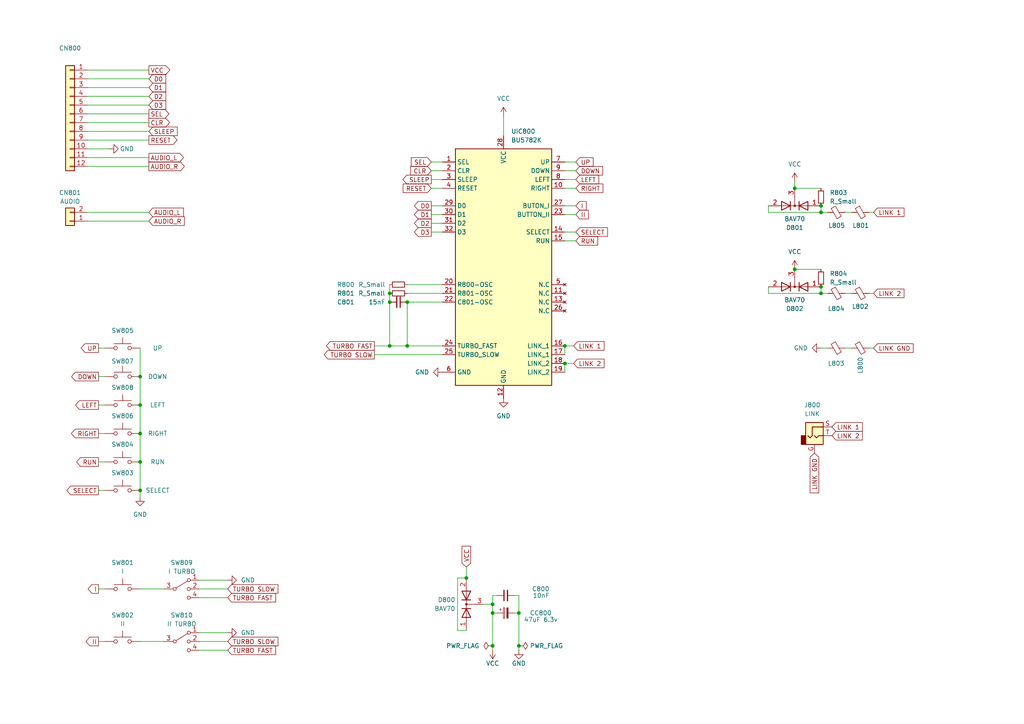
<source format=kicad_sch>
(kicad_sch (version 20230121) (generator eeschema)
  (paper "A4")
  (title_block (title "PC Engine GT Controller PCB") (date "2023-11-06") (rev "1.0") (company "The Board Folk Team"))
  (lib_symbols
    (symbol "Connector_Audio:AudioJack2_Ground"
      (property "Reference" "J" (at 0 8.89 0))
      (property "Value" "AudioJack2_Ground" (at 0 6.35 0))
      (symbol "AudioJack2_Ground_0_1"
        (rectangle (start -2.54 -2.54) (end -3.81 0) (stroke (width 0.254)) (fill (type outline)))
        (polyline (pts (xy 0 0) (xy 0.635 -0.635) (xy 1.27 0) (xy 2.54 0)) (stroke (width 0.254)))
        (polyline (pts (xy 2.54 2.54) (xy -0.635 2.54) (xy -0.635 0) (xy -1.27 -0.635) (xy -1.905 0)) (stroke (width 0.254)))
        (rectangle (start 2.54 3.81) (end -2.54 -2.54) (stroke (width 0.254)) (fill (type background)))
      )
      (symbol "AudioJack2_Ground_1_1"
        (pin passive line (at 0 -5.08 90) (length 2.54) (name "~") (number "G"))
        (pin passive line (at 5.08 2.54 180) (length 2.54) (name "~") (number "S"))
        (pin passive line (at 5.08 0 180) (length 2.54) (name "~") (number "T"))
      )
    )
    (symbol "Connector_Generic:Conn_01x02" (pin_names (offset 1.016) hide)
      (property "Reference" "J" (at 0 2.54 0))
      (property "Value" "Conn_01x02" (at 0 -5.08 0))
      (symbol "Conn_01x02_1_1"
        (rectangle (start -1.27 -2.413) (end 0 -2.667) (stroke (width 0.1524)))
        (rectangle (start -1.27 0.127) (end 0 -0.127) (stroke (width 0.1524)))
        (rectangle (start -1.27 1.27) (end 1.27 -3.81) (stroke (width 0.254)) (fill (type background)))
        (pin passive line (at -5.08 0 0) (length 3.81) (name "Pin_1") (number "1"))
        (pin passive line (at -5.08 -2.54 0) (length 3.81) (name "Pin_2") (number "2"))
      )
    )
    (symbol "Connector_Generic:Conn_01x12" (pin_names (offset 1.016) hide)
      (property "Reference" "J" (at 0 15.24 0))
      (property "Value" "Conn_01x12" (at 0 -17.78 0))
      (symbol "Conn_01x12_1_1"
        (rectangle (start -1.27 -15.113) (end 0 -15.367) (stroke (width 0.1524)))
        (rectangle (start -1.27 -12.573) (end 0 -12.827) (stroke (width 0.1524)))
        (rectangle (start -1.27 -10.033) (end 0 -10.287) (stroke (width 0.1524)))
        (rectangle (start -1.27 -7.493) (end 0 -7.747) (stroke (width 0.1524)))
        (rectangle (start -1.27 -4.953) (end 0 -5.207) (stroke (width 0.1524)))
        (rectangle (start -1.27 -2.413) (end 0 -2.667) (stroke (width 0.1524)))
        (rectangle (start -1.27 0.127) (end 0 -0.127) (stroke (width 0.1524)))
        (rectangle (start -1.27 2.667) (end 0 2.413) (stroke (width 0.1524)))
        (rectangle (start -1.27 5.207) (end 0 4.953) (stroke (width 0.1524)))
        (rectangle (start -1.27 7.747) (end 0 7.493) (stroke (width 0.1524)))
        (rectangle (start -1.27 10.287) (end 0 10.033) (stroke (width 0.1524)))
        (rectangle (start -1.27 12.827) (end 0 12.573) (stroke (width 0.1524)))
        (rectangle (start -1.27 13.97) (end 1.27 -16.51) (stroke (width 0.254)) (fill (type background)))
        (pin passive line (at -5.08 12.7 0) (length 3.81) (name "Pin_1") (number "1"))
        (pin passive line (at -5.08 -10.16 0) (length 3.81) (name "Pin_10") (number "10"))
        (pin passive line (at -5.08 -12.7 0) (length 3.81) (name "Pin_11") (number "11"))
        (pin passive line (at -5.08 -15.24 0) (length 3.81) (name "Pin_12") (number "12"))
        (pin passive line (at -5.08 10.16 0) (length 3.81) (name "Pin_2") (number "2"))
        (pin passive line (at -5.08 7.62 0) (length 3.81) (name "Pin_3") (number "3"))
        (pin passive line (at -5.08 5.08 0) (length 3.81) (name "Pin_4") (number "4"))
        (pin passive line (at -5.08 2.54 0) (length 3.81) (name "Pin_5") (number "5"))
        (pin passive line (at -5.08 0 0) (length 3.81) (name "Pin_6") (number "6"))
        (pin passive line (at -5.08 -2.54 0) (length 3.81) (name "Pin_7") (number "7"))
        (pin passive line (at -5.08 -5.08 0) (length 3.81) (name "Pin_8") (number "8"))
        (pin passive line (at -5.08 -7.62 0) (length 3.81) (name "Pin_9") (number "9"))
      )
    )
    (symbol "Device:C_Polarized_Small" (pin_numbers hide) (pin_names (offset 0.254) hide)
      (property "Reference" "C" (at 0.254 1.778 0))
      (property "Value" "C_Polarized_Small" (at 0.254 -2.032 0))
      (symbol "C_Polarized_Small_0_1"
        (rectangle (start -1.524 -0.3048) (end 1.524 -0.6858) (fill (type outline)))
        (rectangle (start -1.524 0.6858) (end 1.524 0.3048))
        (polyline (pts (xy -1.27 1.524) (xy -0.762 1.524)))
        (polyline (pts (xy -1.016 1.27) (xy -1.016 1.778)))
      )
      (symbol "C_Polarized_Small_1_1"
        (pin passive line (at 0 2.54 270) (length 1.8542) (name "~") (number "1"))
        (pin passive line (at 0 -2.54 90) (length 1.8542) (name "~") (number "2"))
      )
    )
    (symbol "Device:C_Small" (pin_numbers hide) (pin_names (offset 0.254) hide)
      (property "Reference" "C" (at 0.254 1.778 0))
      (property "Value" "C_Small" (at 0.254 -2.032 0))
      (symbol "C_Small_0_1"
        (polyline (pts (xy -1.524 -0.508) (xy 1.524 -0.508)) (stroke (width 0.3302)))
        (polyline (pts (xy -1.524 0.508) (xy 1.524 0.508)) (stroke (width 0.3048)))
      )
      (symbol "C_Small_1_1"
        (pin passive line (at 0 2.54 270) (length 2.032) (name "~") (number "1"))
        (pin passive line (at 0 -2.54 90) (length 2.032) (name "~") (number "2"))
      )
    )
    (symbol "Device:FerriteBead_Small" (pin_numbers hide) (pin_names (offset 0))
      (property "Reference" "FB" (at 1.905 1.27 0))
      (property "Value" "FerriteBead_Small" (at 1.905 -1.27 0))
      (symbol "FerriteBead_Small_0_1"
        (polyline (pts (xy 0 -1.27) (xy 0 -0.7874)))
        (polyline (pts (xy 0 0.889) (xy 0 1.2954)))
        (polyline (pts (xy -1.8288 0.2794) (xy -1.1176 1.4986) (xy 1.8288 -0.2032) (xy 1.1176 -1.4224) (xy -1.8288 0.2794)))
      )
      (symbol "FerriteBead_Small_1_1"
        (pin passive line (at 0 2.54 270) (length 1.27) (name "~") (number "1"))
        (pin passive line (at 0 -2.54 90) (length 1.27) (name "~") (number "2"))
      )
    )
    (symbol "Device:R_Small" (pin_numbers hide) (pin_names (offset 0.254) hide)
      (property "Reference" "R" (at 0.762 0.508 0))
      (property "Value" "R_Small" (at 0.762 -1.016 0))
      (symbol "R_Small_0_1"
        (rectangle (start -0.762 1.778) (end 0.762 -1.778) (stroke (width 0.2032)))
      )
      (symbol "R_Small_1_1"
        (pin passive line (at 0 2.54 270) (length 0.762) (name "~") (number "1"))
        (pin passive line (at 0 -2.54 90) (length 0.762) (name "~") (number "2"))
      )
    )
    (symbol "Diode:BAV70" (pin_names hide)
      (property "Reference" "D" (at 0.635 -2.54 0))
      (property "Value" "BAV70" (at 0 2.54 0))
      (symbol "BAV70_0_1"
        (polyline (pts (xy -3.81 0) (xy 3.81 0)))
        (polyline (pts (xy 0 0) (xy 0 -2.54)))
        (polyline (pts (xy -1.27 -1.27) (xy -1.27 1.27) (xy -1.27 1.27)) (stroke (width 0.254)))
        (polyline (pts (xy 1.27 -1.27) (xy 1.27 1.27) (xy 1.27 1.27)) (stroke (width 0.254)))
        (polyline (pts (xy -3.81 1.27) (xy -1.27 0) (xy -3.81 -1.27) (xy -3.81 1.27) (xy -3.81 1.27) (xy -3.81 1.27)) (stroke (width 0.254)))
        (polyline (pts (xy 3.81 -1.27) (xy 1.27 0) (xy 3.81 1.27) (xy 3.81 -1.27) (xy 3.81 -1.27) (xy 3.81 -1.27)) (stroke (width 0.254)))
        (circle (center 0 0) (radius 0.254) (fill (type outline)))
        (pin passive line (at -7.62 0 0) (length 3.81) (name "A") (number "1"))
        (pin passive line (at 7.62 0 180) (length 3.81) (name "A") (number "2"))
        (pin passive line (at 0 -5.08 90) (length 2.54) (name "K") (number "3"))
      )
    )
    (symbol "PCE:BU5782K"
      (property "Reference" "U" (at 0 2.54 0))
      (property "Value" "BU5782K" (at 0 0 0))
      (symbol "BU5782K_1_1"
        (rectangle (start -13.97 30.48) (end 13.97 -38.1) (stroke (width 0.254)) (fill (type background)))
        (pin input line (at -17.78 26.67 0) (length 3.81) (name "SEL") (number "1"))
        (pin input line (at 17.78 19.05 180) (length 3.81) (name "RIGHT") (number "10"))
        (pin no_connect line (at 17.78 -11.43 180) (length 3.81) (name "N.C") (number "11"))
        (pin power_in line (at 0 -41.91 90) (length 3.81) (name "GND") (number "12"))
        (pin no_connect line (at 17.78 -13.97 180) (length 3.81) (name "N.C") (number "13"))
        (pin input line (at 17.78 6.35 180) (length 3.81) (name "SELECT") (number "14"))
        (pin input line (at 17.78 3.81 180) (length 3.81) (name "RUN") (number "15"))
        (pin input line (at 17.78 -26.67 180) (length 3.81) (name "LINK_1") (number "16"))
        (pin output line (at 17.78 -29.21 180) (length 3.81) (name "LINK_1") (number "17"))
        (pin input line (at 17.78 -31.75 180) (length 3.81) (name "LINK_2") (number "18"))
        (pin output line (at 17.78 -34.29 180) (length 3.81) (name "LINK_2") (number "19"))
        (pin input line (at -17.78 24.13 0) (length 3.81) (name "CLR") (number "2"))
        (pin input line (at -17.78 -8.89 0) (length 3.81) (name "R800-OSC") (number "20"))
        (pin input line (at -17.78 -11.43 0) (length 3.81) (name "R801-OSC") (number "21"))
        (pin input line (at -17.78 -13.97 0) (length 3.81) (name "C801-OSC") (number "22"))
        (pin input line (at 17.78 11.43 180) (length 3.81) (name "BUTTON_II") (number "23"))
        (pin output line (at -17.78 -26.67 0) (length 3.81) (name "TURBO_FAST") (number "24"))
        (pin output line (at -17.78 -29.21 0) (length 3.81) (name "TURBO_SLOW") (number "25"))
        (pin no_connect line (at 17.78 -16.51 180) (length 3.81) (name "N.C") (number "26"))
        (pin input line (at 17.78 13.97 180) (length 3.81) (name "BUTON_I") (number "27"))
        (pin power_in line (at 0 34.29 270) (length 3.81) (name "VCC") (number "28"))
        (pin output line (at -17.78 13.97 0) (length 3.81) (name "D0") (number "29"))
        (pin output line (at -17.78 21.59 0) (length 3.81) (name "SLEEP") (number "3"))
        (pin output line (at -17.78 11.43 0) (length 3.81) (name "D1") (number "30"))
        (pin output line (at -17.78 8.89 0) (length 3.81) (name "D2") (number "31"))
        (pin output line (at -17.78 6.35 0) (length 3.81) (name "D3") (number "32"))
        (pin input line (at -17.78 19.05 0) (length 3.81) (name "RESET") (number "4"))
        (pin no_connect line (at 17.78 -8.89 180) (length 3.81) (name "N.C") (number "5"))
        (pin input line (at -17.78 -34.29 0) (length 3.81) (name "GND") (number "6"))
        (pin input line (at 17.78 26.67 180) (length 3.81) (name "UP") (number "7"))
        (pin input line (at 17.78 21.59 180) (length 3.81) (name "LEFT") (number "8"))
        (pin input line (at 17.78 24.13 180) (length 3.81) (name "DOWN") (number "9"))
      )
    )
    (symbol "Switch:SW_Push" (pin_numbers hide) (pin_names (offset 1.016) hide)
      (property "Reference" "SW" (at 1.27 2.54 0))
      (property "Value" "SW_Push" (at 0 -1.524 0))
      (symbol "SW_Push_0_1"
        (circle (center -2.032 0) (radius 0.508))
        (polyline (pts (xy 0 1.27) (xy 0 3.048)))
        (polyline (pts (xy 2.54 1.27) (xy -2.54 1.27)))
        (circle (center 2.032 0) (radius 0.508))
        (pin passive line (at -5.08 0 0) (length 2.54) (name "1") (number "1"))
        (pin passive line (at 5.08 0 180) (length 2.54) (name "2") (number "2"))
      )
    )
    (symbol "Switch:SW_SP3T" (pin_names (offset 0) hide)
      (property "Reference" "SW" (at 0 5.08 0))
      (property "Value" "SW_SP3T" (at 0 -5.08 0))
      (symbol "SW_SP3T_0_1"
        (circle (center -2.032 0) (radius 0.4572))
        (polyline (pts (xy -1.651 0.254) (xy 1.651 2.286)))
        (circle (center 2.032 -2.54) (radius 0.4572))
        (circle (center 2.032 0) (radius 0.4572))
        (circle (center 2.032 2.54) (radius 0.4572))
      )
      (symbol "SW_SP3T_1_1"
        (pin passive line (at 5.08 2.54 180) (length 2.54) (name "1") (number "1"))
        (pin passive line (at 5.08 0 180) (length 2.54) (name "2") (number "2"))
        (pin passive line (at -5.08 0 0) (length 2.54) (name "3") (number "3"))
        (pin passive line (at 5.08 -2.54 180) (length 2.54) (name "4") (number "4"))
      )
    )
    (symbol "power:GND" (power) (pin_names (offset 0))
      (property "Value" "GND" (at 0 -3.81 0))
      (symbol "GND_0_1"
        (polyline (pts (xy 0 0) (xy 0 -1.27) (xy 1.27 -1.27) (xy 0 -2.54) (xy -1.27 -1.27) (xy 0 -1.27)))
      )
      (symbol "GND_1_1"
        (pin power_in line (at 0 0 270) (length 0) hide (name "GND") (number "1"))
      )
    )
    (symbol "power:PWR_FLAG" (power) (pin_numbers hide) (pin_names (offset 0) hide)
      (property "Value" "PWR_FLAG" (at 0 3.81 0))
      (symbol "PWR_FLAG_0_0"
        (pin power_out line (at 0 0 90) (length 0) (name "pwr") (number "1"))
      )
      (symbol "PWR_FLAG_0_1"
        (polyline (pts (xy 0 0) (xy 0 1.27) (xy -1.016 1.905) (xy 0 2.54) (xy 1.016 1.905) (xy 0 1.27)))
      )
    )
    (symbol "power:VCC" (power) (pin_names (offset 0))
      (property "Value" "VCC" (at 0 3.81 0))
      (symbol "VCC_0_1"
        (polyline (pts (xy -0.762 1.27) (xy 0 2.54)))
        (polyline (pts (xy 0 0) (xy 0 2.54)))
        (polyline (pts (xy 0 2.54) (xy 0.762 1.27)))
      )
      (symbol "VCC_1_1"
        (pin power_in line (at 0 0 90) (length 0) hide (name "VCC") (number "1"))
      )
    )
  )
  (junction (at 238.125 83.185))
  (junction (at 142.875 187.325))
  (junction (at 238.125 85.09))
  (junction (at 150.495 177.8))
  (junction (at 40.64 142.24))
  (junction (at 238.125 61.595))
  (junction (at 40.64 109.22))
  (junction (at 118.11 100.33))
  (junction (at 150.495 187.325))
  (junction (at 40.64 117.475))
  (junction (at 142.875 177.8))
  (junction (at 230.505 54.61))
  (junction (at 113.03 85.09))
  (junction (at 40.64 133.985))
  (junction (at 163.83 105.41))
  (junction (at 163.83 100.33))
  (junction (at 238.125 59.69))
  (junction (at 135.255 167.64))
  (junction (at 113.03 87.63))
  (junction (at 142.875 175.26))
  (junction (at 113.03 100.33))
  (junction (at 118.11 87.63))
  (junction (at 40.64 125.73))
  (junction (at 230.505 78.105))
  (wire (pts (xy 163.83 100.33) (xy 163.83 102.87)))
  (wire (pts (xy 166.37 105.41) (xy 163.83 105.41)))
  (wire (pts (xy 66.04 188.595) (xy 57.785 188.595)))
  (wire (pts (xy 28.575 186.055) (xy 30.48 186.055)))
  (wire (pts (xy 150.495 177.8) (xy 150.495 187.325)))
  (wire (pts (xy 125.095 54.61) (xy 128.27 54.61)))
  (wire (pts (xy 150.495 177.8) (xy 149.225 177.8)))
  (wire (pts (xy 118.11 87.63) (xy 128.27 87.63)))
  (wire (pts (xy 142.875 172.72) (xy 142.875 175.26)))
  (wire (pts (xy 40.64 125.73) (xy 40.64 133.985)))
  (wire (pts (xy 25.4 45.72) (xy 43.18 45.72)))
  (wire (pts (xy 66.04 186.055) (xy 57.785 186.055)))
  (wire (pts (xy 25.4 35.56) (xy 43.18 35.56)))
  (wire (pts (xy 222.885 83.185) (xy 222.885 85.09)))
  (wire (pts (xy 28.575 117.475) (xy 30.48 117.475)))
  (wire (pts (xy 28.575 133.985) (xy 30.48 133.985)))
  (wire (pts (xy 222.885 61.595) (xy 238.125 61.595)))
  (wire (pts (xy 132.715 167.64) (xy 132.715 182.88)))
  (wire (pts (xy 230.505 52.705) (xy 230.505 54.61)))
  (wire (pts (xy 163.83 105.41) (xy 163.83 107.95)))
  (wire (pts (xy 66.04 173.355) (xy 57.785 173.355)))
  (wire (pts (xy 28.575 142.24) (xy 30.48 142.24)))
  (wire (pts (xy 253.365 61.595) (xy 252.095 61.595)))
  (wire (pts (xy 146.05 33.655) (xy 146.05 39.37)))
  (wire (pts (xy 25.4 43.18) (xy 31.75 43.18)))
  (wire (pts (xy 150.495 172.72) (xy 149.225 172.72)))
  (wire (pts (xy 66.04 183.515) (xy 57.785 183.515)))
  (wire (pts (xy 142.875 188.595) (xy 142.875 187.325)))
  (wire (pts (xy 125.095 46.99) (xy 128.27 46.99)))
  (wire (pts (xy 245.11 85.09) (xy 247.015 85.09)))
  (wire (pts (xy 25.4 27.94) (xy 43.18 27.94)))
  (wire (pts (xy 142.875 177.8) (xy 142.875 187.325)))
  (wire (pts (xy 40.64 133.985) (xy 40.64 142.24)))
  (wire (pts (xy 222.885 59.69) (xy 222.885 61.595)))
  (wire (pts (xy 25.4 25.4) (xy 43.18 25.4)))
  (wire (pts (xy 238.125 85.09) (xy 238.125 83.185)))
  (wire (pts (xy 125.095 67.31) (xy 128.27 67.31)))
  (wire (pts (xy 230.505 78.105) (xy 238.125 78.105)))
  (wire (pts (xy 167.005 67.31) (xy 163.83 67.31)))
  (wire (pts (xy 238.125 85.09) (xy 240.03 85.09)))
  (wire (pts (xy 132.715 182.88) (xy 135.255 182.88)))
  (wire (pts (xy 40.64 170.815) (xy 47.625 170.815)))
  (wire (pts (xy 163.83 59.69) (xy 167.005 59.69)))
  (wire (pts (xy 118.11 100.33) (xy 118.11 87.63)))
  (wire (pts (xy 167.005 54.61) (xy 163.83 54.61)))
  (wire (pts (xy 108.585 102.87) (xy 128.27 102.87)))
  (wire (pts (xy 25.4 20.32) (xy 43.18 20.32)))
  (wire (pts (xy 28.575 170.815) (xy 30.48 170.815)))
  (wire (pts (xy 25.4 48.26) (xy 43.18 48.26)))
  (wire (pts (xy 25.4 33.02) (xy 43.18 33.02)))
  (wire (pts (xy 247.015 61.595) (xy 245.11 61.595)))
  (wire (pts (xy 25.4 40.64) (xy 43.18 40.64)))
  (wire (pts (xy 66.04 168.275) (xy 57.785 168.275)))
  (wire (pts (xy 166.37 100.33) (xy 163.83 100.33)))
  (wire (pts (xy 150.495 172.72) (xy 150.495 177.8)))
  (wire (pts (xy 113.03 87.63) (xy 113.03 100.33)))
  (wire (pts (xy 140.335 175.26) (xy 142.875 175.26)))
  (wire (pts (xy 113.03 100.33) (xy 118.11 100.33)))
  (wire (pts (xy 125.095 62.23) (xy 128.27 62.23)))
  (wire (pts (xy 142.875 175.26) (xy 142.875 177.8)))
  (wire (pts (xy 40.64 100.965) (xy 40.64 109.22)))
  (wire (pts (xy 167.005 46.99) (xy 163.83 46.99)))
  (wire (pts (xy 113.03 85.09) (xy 113.03 87.63)))
  (wire (pts (xy 144.145 177.8) (xy 142.875 177.8)))
  (wire (pts (xy 25.4 22.86) (xy 43.18 22.86)))
  (wire (pts (xy 125.095 52.07) (xy 128.27 52.07)))
  (wire (pts (xy 238.125 61.595) (xy 238.125 59.69)))
  (wire (pts (xy 113.03 82.55) (xy 113.03 85.09)))
  (wire (pts (xy 40.64 144.145) (xy 40.64 142.24)))
  (wire (pts (xy 118.11 85.09) (xy 128.27 85.09)))
  (wire (pts (xy 28.575 125.73) (xy 30.48 125.73)))
  (wire (pts (xy 245.11 100.965) (xy 247.015 100.965)))
  (wire (pts (xy 40.64 117.475) (xy 40.64 125.73)))
  (wire (pts (xy 240.03 61.595) (xy 238.125 61.595)))
  (wire (pts (xy 28.575 100.965) (xy 30.48 100.965)))
  (wire (pts (xy 167.005 52.07) (xy 163.83 52.07)))
  (wire (pts (xy 150.495 187.325) (xy 150.495 188.595)))
  (wire (pts (xy 230.505 54.61) (xy 238.125 54.61)))
  (wire (pts (xy 238.125 100.965) (xy 240.03 100.965)))
  (wire (pts (xy 135.255 164.465) (xy 135.255 167.64)))
  (wire (pts (xy 128.27 100.33) (xy 118.11 100.33)))
  (wire (pts (xy 167.005 69.85) (xy 163.83 69.85)))
  (wire (pts (xy 40.64 109.22) (xy 40.64 117.475)))
  (wire (pts (xy 253.365 85.09) (xy 252.095 85.09)))
  (wire (pts (xy 118.11 82.55) (xy 128.27 82.55)))
  (wire (pts (xy 25.4 30.48) (xy 43.18 30.48)))
  (wire (pts (xy 125.095 64.77) (xy 128.27 64.77)))
  (wire (pts (xy 28.575 109.22) (xy 30.48 109.22)))
  (wire (pts (xy 163.83 62.23) (xy 167.005 62.23)))
  (wire (pts (xy 25.4 38.1) (xy 43.18 38.1)))
  (wire (pts (xy 125.095 59.69) (xy 128.27 59.69)))
  (wire (pts (xy 25.4 61.595) (xy 43.18 61.595)))
  (wire (pts (xy 135.255 167.64) (xy 132.715 167.64)))
  (wire (pts (xy 108.585 100.33) (xy 113.03 100.33)))
  (wire (pts (xy 125.095 49.53) (xy 128.27 49.53)))
  (wire (pts (xy 25.4 64.135) (xy 43.18 64.135)))
  (wire (pts (xy 252.095 100.965) (xy 253.365 100.965)))
  (wire (pts (xy 66.04 170.815) (xy 57.785 170.815)))
  (wire (pts (xy 222.885 85.09) (xy 238.125 85.09)))
  (wire (pts (xy 167.005 49.53) (xy 163.83 49.53)))
  (wire (pts (xy 40.64 186.055) (xy 47.625 186.055)))
  (wire (pts (xy 142.875 172.72) (xy 144.145 172.72)))
  (global_label "LINK 2" (shape input) (at 241.3 126.365 0) (property "Intersheetrefs" "${INTERSHEET_REFS}" (effects hide)))
  (global_label "UP" (shape output) (at 28.575 100.965 180) (property "Intersheetrefs" "${INTERSHEET_REFS}" (effects hide)))
  (global_label "I" (shape output) (at 28.575 170.815 180) (property "Intersheetrefs" "${INTERSHEET_REFS}" (effects hide)))
  (global_label "UP" (shape input) (at 167.005 46.99 0) (property "Intersheetrefs" "${INTERSHEET_REFS}" (effects hide)))
  (global_label "II" (shape output) (at 28.575 186.055 180) (property "Intersheetrefs" "${INTERSHEET_REFS}" (effects hide)))
  (global_label "TURBO FAST" (shape input) (at 66.04 173.355 0) (property "Intersheetrefs" "${INTERSHEET_REFS}" (effects hide)))
  (global_label "LEFT" (shape input) (at 167.005 52.07 0) (property "Intersheetrefs" "${INTERSHEET_REFS}" (effects hide)))
  (global_label "D0" (shape input) (at 43.18 22.86 0) (property "Intersheetrefs" "${INTERSHEET_REFS}" (effects hide)))
  (global_label "D3" (shape input) (at 43.18 30.48 0) (property "Intersheetrefs" "${INTERSHEET_REFS}" (effects hide)))
  (global_label "CLR" (shape output) (at 43.18 35.56 0) (property "Intersheetrefs" "${INTERSHEET_REFS}" (effects hide)))
  (global_label "D2" (shape output) (at 125.095 64.77 180) (property "Intersheetrefs" "${INTERSHEET_REFS}" (effects hide)))
  (global_label "CLR" (shape input) (at 125.095 49.53 180) (property "Intersheetrefs" "${INTERSHEET_REFS}" (effects hide)))
  (global_label "LEFT" (shape output) (at 28.575 117.475 180) (property "Intersheetrefs" "${INTERSHEET_REFS}" (effects hide)))
  (global_label "SELECT" (shape output) (at 28.575 142.24 180) (property "Intersheetrefs" "${INTERSHEET_REFS}" (effects hide)))
  (global_label "TURBO SLOW" (shape input) (at 66.04 186.055 0) (property "Intersheetrefs" "${INTERSHEET_REFS}" (effects hide)))
  (global_label "D1" (shape input) (at 43.18 25.4 0) (property "Intersheetrefs" "${INTERSHEET_REFS}" (effects hide)))
  (global_label "LINK 1" (shape input) (at 253.365 61.595 0) (property "Intersheetrefs" "${INTERSHEET_REFS}" (effects hide)))
  (global_label "DOWN" (shape input) (at 167.005 49.53 0) (property "Intersheetrefs" "${INTERSHEET_REFS}" (effects hide)))
  (global_label "VCC" (shape output) (at 43.18 20.32 0) (property "Intersheetrefs" "${INTERSHEET_REFS}" (effects hide)))
  (global_label "DOWN" (shape output) (at 28.575 109.22 180) (property "Intersheetrefs" "${INTERSHEET_REFS}" (effects hide)))
  (global_label "TURBO SLOW" (shape output) (at 108.585 102.87 180) (property "Intersheetrefs" "${INTERSHEET_REFS}" (effects hide)))
  (global_label "LINK 2" (shape input) (at 166.37 105.41 0) (property "Intersheetrefs" "${INTERSHEET_REFS}" (effects hide)))
  (global_label "I" (shape input) (at 167.005 59.69 0) (property "Intersheetrefs" "${INTERSHEET_REFS}" (effects hide)))
  (global_label "RESET" (shape input) (at 125.095 54.61 180) (property "Intersheetrefs" "${INTERSHEET_REFS}" (effects hide)))
  (global_label "RESET" (shape output) (at 43.18 40.64 0) (property "Intersheetrefs" "${INTERSHEET_REFS}" (effects hide)))
  (global_label "RUN" (shape input) (at 167.005 69.85 0) (property "Intersheetrefs" "${INTERSHEET_REFS}" (effects hide)))
  (global_label "LINK 2" (shape input) (at 253.365 85.09 0) (property "Intersheetrefs" "${INTERSHEET_REFS}" (effects hide)))
  (global_label "LINK 1" (shape input) (at 241.3 123.825 0) (property "Intersheetrefs" "${INTERSHEET_REFS}" (effects hide)))
  (global_label "LINK GND" (shape input) (at 236.22 131.445 270) (property "Intersheetrefs" "${INTERSHEET_REFS}" (effects hide)))
  (global_label "VCC" (shape input) (at 135.255 164.465 90) (property "Intersheetrefs" "${INTERSHEET_REFS}" (effects hide)))
  (global_label "RIGHT" (shape output) (at 28.575 125.73 180) (property "Intersheetrefs" "${INTERSHEET_REFS}" (effects hide)))
  (global_label "AUDIO_L" (shape output) (at 43.18 45.72 0) (property "Intersheetrefs" "${INTERSHEET_REFS}" (effects hide)))
  (global_label "D3" (shape output) (at 125.095 67.31 180) (property "Intersheetrefs" "${INTERSHEET_REFS}" (effects hide)))
  (global_label "SEL" (shape output) (at 43.18 33.02 0) (property "Intersheetrefs" "${INTERSHEET_REFS}" (effects hide)))
  (global_label "AUDIO_L" (shape input) (at 43.18 61.595 0) (property "Intersheetrefs" "${INTERSHEET_REFS}" (effects hide)))
  (global_label "SLEEP" (shape output) (at 125.095 52.07 180) (property "Intersheetrefs" "${INTERSHEET_REFS}" (effects hide)))
  (global_label "LINK 1" (shape input) (at 166.37 100.33 0) (property "Intersheetrefs" "${INTERSHEET_REFS}" (effects hide)))
  (global_label "TURBO FAST" (shape output) (at 108.585 100.33 180) (property "Intersheetrefs" "${INTERSHEET_REFS}" (effects hide)))
  (global_label "D1" (shape output) (at 125.095 62.23 180) (property "Intersheetrefs" "${INTERSHEET_REFS}" (effects hide)))
  (global_label "TURBO SLOW" (shape input) (at 66.04 170.815 0) (property "Intersheetrefs" "${INTERSHEET_REFS}" (effects hide)))
  (global_label "D0" (shape output) (at 125.095 59.69 180) (property "Intersheetrefs" "${INTERSHEET_REFS}" (effects hide)))
  (global_label "SLEEP" (shape input) (at 43.18 38.1 0) (property "Intersheetrefs" "${INTERSHEET_REFS}" (effects hide)))
  (global_label "LINK GND" (shape input) (at 253.365 100.965 0) (property "Intersheetrefs" "${INTERSHEET_REFS}" (effects hide)))
  (global_label "II" (shape input) (at 167.005 62.23 0) (property "Intersheetrefs" "${INTERSHEET_REFS}" (effects hide)))
  (global_label "SEL" (shape input) (at 125.095 46.99 180) (property "Intersheetrefs" "${INTERSHEET_REFS}" (effects hide)))
  (global_label "SELECT" (shape input) (at 167.005 67.31 0) (property "Intersheetrefs" "${INTERSHEET_REFS}" (effects hide)))
  (global_label "AUDIO_R" (shape output) (at 43.18 48.26 0) (property "Intersheetrefs" "${INTERSHEET_REFS}" (effects hide)))
  (global_label "D2" (shape input) (at 43.18 27.94 0) (property "Intersheetrefs" "${INTERSHEET_REFS}" (effects hide)))
  (global_label "RUN" (shape output) (at 28.575 133.985 180) (property "Intersheetrefs" "${INTERSHEET_REFS}" (effects hide)))
  (global_label "AUDIO_R" (shape input) (at 43.18 64.135 0) (property "Intersheetrefs" "${INTERSHEET_REFS}" (effects hide)))
  (global_label "RIGHT" (shape input) (at 167.005 54.61 0) (property "Intersheetrefs" "${INTERSHEET_REFS}" (effects hide)))
  (global_label "TURBO FAST" (shape input) (at 66.04 188.595 0) (property "Intersheetrefs" "${INTERSHEET_REFS}" (effects hide)))
  (symbol (lib_id "Diode:BAV70") (at 230.505 59.69 180) (unit 1)
    (property "Reference" "D801" (at 230.505 66.04 0))
    (property "Value" "BAV70" (at 230.505 63.5 0))
    (property "Footprint" "Package_TO_SOT_SMD:SOT-23" (effects hide))
    (property "Datasheet" "https://assets.nexperia.com/documents/data-sheet/BAV70_SER.pdf" (effects hide))
  )
  (symbol (lib_id "Device:FerriteBead_Small") (at 242.57 85.09 90) (mirror x) (unit 1)
    (property "Reference" "L804" (at 242.5319 89.535 90))
    (property "Value" "FerriteBead_Small" (effects hide))
  )
  (symbol (lib_id "power:GND") (at 146.05 115.57 0) (unit 1)
    (property "Reference" "#PWR05" (effects hide))
    (property "Value" "GND" (at 146.05 120.65 0))
  )
  (symbol (lib_id "power:GND") (at 66.04 168.275 90) (unit 1)
    (property "Reference" "#PWR010" (effects hide))
    (property "Value" "GND" (at 69.85 168.275 90) (effects (justify right)))
  )
  (symbol (lib_id "Device:FerriteBead_Small") (at 249.555 85.09 90) (mirror x) (unit 1)
    (property "Reference" "L802" (at 249.5169 88.9 90))
    (property "Value" "FerriteBead_Small" (effects hide))
  )
  (symbol (lib_id "PCE:BU5782K") (at 146.05 73.66 0) (unit 1)
    (property "Reference" "UIC800" (at 148.2441 38.1 0) (effects (justify left)))
    (property "Value" "BU5782K" (at 148.2441 40.64 0) (effects (justify left)))
  )
  (symbol (lib_id "Switch:SW_Push") (at 35.56 170.815 0) (unit 1)
    (property "Reference" "SW801" (at 35.56 163.195 0))
    (property "Value" "I" (at 35.56 165.735 0))
  )
  (symbol (lib_id "power:PWR_FLAG") (at 150.495 187.325 270) (unit 1)
    (property "Reference" "#FLG01" (effects hide))
    (property "Value" "PWR_FLAG" (at 153.67 187.325 90) (effects (justify left)))
  )
  (symbol (lib_id "Switch:SW_Push") (at 35.56 133.985 0) (unit 1)
    (property "Reference" "SW804" (at 35.56 128.905 0))
    (property "Value" "RUN" (at 45.72 133.985 0))
  )
  (symbol (lib_id "Diode:BAV70") (at 230.505 83.185 180) (unit 1)
    (property "Reference" "D802" (at 230.505 89.535 0))
    (property "Value" "BAV70" (at 230.505 86.995 0))
    (property "Footprint" "Package_TO_SOT_SMD:SOT-23" (effects hide))
    (property "Datasheet" "https://assets.nexperia.com/documents/data-sheet/BAV70_SER.pdf" (effects hide))
  )
  (symbol (lib_id "Switch:SW_Push") (at 35.56 117.475 0) (unit 1)
    (property "Reference" "SW808" (at 35.56 112.395 0))
    (property "Value" "LEFT" (at 45.72 117.475 0))
  )
  (symbol (lib_id "Switch:SW_Push") (at 35.56 142.24 0) (unit 1)
    (property "Reference" "SW803" (at 35.56 137.16 0))
    (property "Value" "SELECT" (at 45.72 142.24 0))
  )
  (symbol (lib_id "Switch:SW_Push") (at 35.56 100.965 0) (unit 1)
    (property "Reference" "SW805" (at 35.56 95.885 0))
    (property "Value" "UP" (at 45.72 100.965 0))
  )
  (symbol (lib_id "Connector_Generic:Conn_01x02") (at 20.32 64.135 180) (unit 1)
    (property "Reference" "CN801" (at 20.32 55.88 0))
    (property "Value" "AUDIO" (at 20.32 58.42 0))
  )
  (symbol (lib_id "power:GND") (at 66.04 183.515 90) (unit 1)
    (property "Reference" "#PWR011" (effects hide))
    (property "Value" "GND" (at 69.85 183.515 90) (effects (justify right)))
  )
  (symbol (lib_id "Device:R_Small") (at 238.125 80.645 0) (unit 1)
    (property "Reference" "R804" (at 240.665 79.375 0) (effects (justify left)))
    (property "Value" "R_Small" (at 240.665 81.915 0) (effects (justify left)))
  )
  (symbol (lib_id "power:PWR_FLAG") (at 142.875 187.325 90) (unit 1)
    (property "Reference" "#FLG02" (effects hide))
    (property "Value" "PWR_FLAG" (at 139.065 187.325 90) (effects (justify left)))
  )
  (symbol (lib_id "Switch:SW_Push") (at 35.56 186.055 0) (unit 1)
    (property "Reference" "SW802" (at 35.56 178.435 0))
    (property "Value" "II" (at 35.56 180.975 0))
  )
  (symbol (lib_id "Device:R_Small") (at 115.57 82.55 90) (unit 1)
    (property "Reference" "R800" (at 102.87 82.55 90) (effects (justify left)))
    (property "Value" "R_Small" (at 111.76 82.55 90) (effects (justify left)))
  )
  (symbol (lib_id "Diode:BAV70") (at 135.255 175.26 90) (unit 1)
    (property "Reference" "D800" (at 132.08 173.99 90) (effects (justify left)))
    (property "Value" "BAV70" (at 132.08 176.53 90) (effects (justify left)))
    (property "Footprint" "Package_TO_SOT_SMD:SOT-23" (effects hide))
    (property "Datasheet" "https://assets.nexperia.com/documents/data-sheet/BAV70_SER.pdf" (effects hide))
  )
  (symbol (lib_id "Connector_Generic:Conn_01x12") (at 20.32 33.02 0) (mirror y) (unit 1)
    (property "Reference" "CN800" (at 20.32 13.97 0))
    (property "Value" "Conn_01x12" (effects hide))
  )
  (symbol (lib_id "Device:C_Small") (at 115.57 87.63 270) (unit 1)
    (property "Reference" "C801" (at 102.87 87.63 90) (effects (justify right)))
    (property "Value" "15nF" (at 111.76 87.63 90) (effects (justify right)))
  )
  (symbol (lib_id "power:VCC") (at 230.505 52.705 0) (unit 1)
    (property "Reference" "#PWR08" (effects hide))
    (property "Value" "VCC" (at 230.505 47.625 0))
  )
  (symbol (lib_id "power:VCC") (at 146.05 33.655 0) (unit 1)
    (property "Reference" "#PWR013" (effects hide))
    (property "Value" "VCC" (at 146.05 28.575 0))
  )
  (symbol (lib_id "Device:FerriteBead_Small") (at 249.555 100.965 90) (mirror x) (unit 1)
    (property "Reference" "L800" (at 249.555 103.505 0) (effects (justify left)))
    (property "Value" "FerriteBead_Small" (effects hide))
  )
  (symbol (lib_id "Device:R_Small") (at 238.125 57.15 0) (unit 1)
    (property "Reference" "R803" (at 240.665 55.88 0) (effects (justify left)))
    (property "Value" "R_Small" (at 240.665 58.42 0) (effects (justify left)))
  )
  (symbol (lib_id "Device:C_Small") (at 146.685 172.72 90) (unit 1)
    (property "Reference" "C800" (at 159.385 170.815 90) (effects (justify left)))
    (property "Value" "10nF" (at 159.385 172.72 90) (effects (justify left)))
  )
  (symbol (lib_id "Device:FerriteBead_Small") (at 249.555 61.595 90) (mirror x) (unit 1)
    (property "Reference" "L801" (at 252.095 65.405 90) (effects (justify left)))
    (property "Value" "FerriteBead_Small" (effects hide))
  )
  (symbol (lib_id "Connector_Audio:AudioJack2_Ground") (at 236.22 126.365 0) (unit 1)
    (property "Reference" "J800" (at 235.585 117.475 0))
    (property "Value" "LINK" (at 235.585 120.015 0))
  )
  (symbol (lib_id "power:GND") (at 40.64 144.145 0) (unit 1)
    (property "Reference" "#PWR07" (effects hide))
    (property "Value" "GND" (at 40.64 149.225 0))
  )
  (symbol (lib_id "power:GND") (at 31.75 43.18 90) (unit 1)
    (property "Reference" "#PWR01" (effects hide))
    (property "Value" "GND" (at 36.83 43.18 90))
  )
  (symbol (lib_id "Switch:SW_SP3T") (at 52.705 170.815 0) (unit 1)
    (property "Reference" "SW809" (at 52.705 163.195 0))
    (property "Value" "I TURBO" (at 52.705 165.735 0))
  )
  (symbol (lib_id "Device:FerriteBead_Small") (at 242.57 100.965 90) (mirror x) (unit 1)
    (property "Reference" "L803" (at 242.5319 105.41 90))
    (property "Value" "FerriteBead_Small" (effects hide))
  )
  (symbol (lib_id "power:GND") (at 238.125 100.965 270) (unit 1)
    (property "Reference" "#PWR012" (effects hide))
    (property "Value" "GND" (at 234.315 100.965 90) (effects (justify right)))
  )
  (symbol (lib_id "power:VCC") (at 142.875 188.595 180) (unit 1)
    (property "Reference" "#PWR014" (effects hide))
    (property "Value" "VCC" (at 142.875 192.405 0))
  )
  (symbol (lib_id "Switch:SW_SP3T") (at 52.705 186.055 0) (unit 1)
    (property "Reference" "SW810" (at 52.705 178.435 0))
    (property "Value" "II TURBO" (at 52.705 180.975 0))
  )
  (symbol (lib_id "power:GND") (at 150.495 188.595 0) (unit 1)
    (property "Reference" "#PWR02" (effects hide))
    (property "Value" "GND" (at 150.495 192.405 0))
  )
  (symbol (lib_id "power:GND") (at 128.27 107.95 270) (unit 1)
    (property "Reference" "#PWR06" (effects hide))
    (property "Value" "GND" (at 124.46 107.95 90) (effects (justify right)))
  )
  (symbol (lib_id "Device:R_Small") (at 115.57 85.09 90) (unit 1)
    (property "Reference" "R801" (at 102.87 85.09 90) (effects (justify left)))
    (property "Value" "R_Small" (at 111.76 85.09 90) (effects (justify left)))
  )
  (symbol (lib_id "Device:FerriteBead_Small") (at 242.57 61.595 90) (mirror x) (unit 1)
    (property "Reference" "L805" (at 245.11 65.405 90) (effects (justify left)))
    (property "Value" "FerriteBead_Small" (effects hide))
  )
  (symbol (lib_id "Device:C_Polarized_Small") (at 146.685 177.8 90) (mirror x) (unit 1)
    (property "Reference" "CC800" (at 156.845 177.8 90))
    (property "Value" "47uF 6.3v" (at 156.845 179.705 90))
  )
  (symbol (lib_id "Switch:SW_Push") (at 35.56 109.22 0) (unit 1)
    (property "Reference" "SW807" (at 35.56 104.775 0))
    (property "Value" "DOWN" (at 45.72 109.22 0))
  )
  (symbol (lib_id "Switch:SW_Push") (at 35.56 125.73 0) (unit 1)
    (property "Reference" "SW806" (at 35.56 120.65 0))
    (property "Value" "RIGHT" (at 45.72 125.73 0))
  )
  (symbol (lib_id "power:VCC") (at 230.505 78.105 0) (unit 1)
    (property "Reference" "#PWR09" (effects hide))
    (property "Value" "VCC" (at 230.505 73.025 0))
  )
)
</source>
